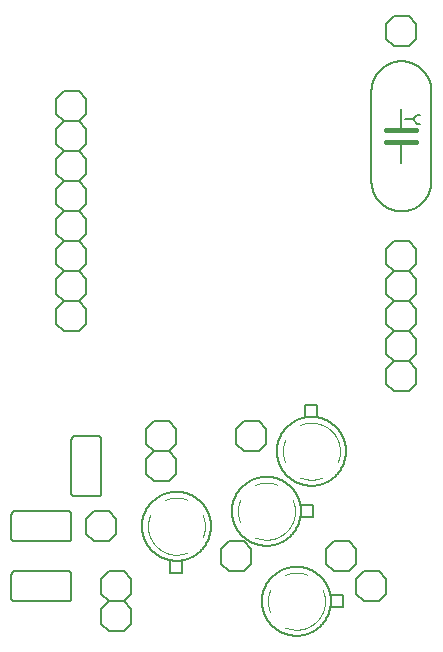
<source format=gto>
G75*
%MOIN*%
%OFA0B0*%
%FSLAX25Y25*%
%IPPOS*%
%LPD*%
%AMOC8*
5,1,8,0,0,1.08239X$1,22.5*
%
%ADD10C,0.01600*%
%ADD11C,0.00600*%
%ADD12C,0.00500*%
%ADD13C,0.00200*%
D10*
X0131800Y0209500D02*
X0136800Y0209500D01*
X0141800Y0209500D01*
X0141800Y0213500D02*
X0136800Y0213500D01*
X0131800Y0213500D01*
D11*
X0036800Y0049000D02*
X0039300Y0046500D01*
X0044300Y0046500D01*
X0046800Y0049000D01*
X0046800Y0054000D01*
X0044300Y0056500D01*
X0046800Y0059000D01*
X0046800Y0064000D01*
X0044300Y0066500D01*
X0039300Y0066500D01*
X0036800Y0064000D01*
X0036800Y0059000D01*
X0039300Y0056500D01*
X0044300Y0056500D01*
X0039300Y0056500D02*
X0036800Y0054000D01*
X0036800Y0049000D01*
X0026800Y0057500D02*
X0026800Y0065500D01*
X0026798Y0065560D01*
X0026793Y0065621D01*
X0026784Y0065680D01*
X0026771Y0065739D01*
X0026755Y0065798D01*
X0026735Y0065855D01*
X0026712Y0065910D01*
X0026685Y0065965D01*
X0026656Y0066017D01*
X0026623Y0066068D01*
X0026587Y0066117D01*
X0026549Y0066163D01*
X0026507Y0066207D01*
X0026463Y0066249D01*
X0026417Y0066287D01*
X0026368Y0066323D01*
X0026317Y0066356D01*
X0026265Y0066385D01*
X0026210Y0066412D01*
X0026155Y0066435D01*
X0026098Y0066455D01*
X0026039Y0066471D01*
X0025980Y0066484D01*
X0025921Y0066493D01*
X0025860Y0066498D01*
X0025800Y0066500D01*
X0007800Y0066500D01*
X0007740Y0066498D01*
X0007679Y0066493D01*
X0007620Y0066484D01*
X0007561Y0066471D01*
X0007502Y0066455D01*
X0007445Y0066435D01*
X0007390Y0066412D01*
X0007335Y0066385D01*
X0007283Y0066356D01*
X0007232Y0066323D01*
X0007183Y0066287D01*
X0007137Y0066249D01*
X0007093Y0066207D01*
X0007051Y0066163D01*
X0007013Y0066117D01*
X0006977Y0066068D01*
X0006944Y0066017D01*
X0006915Y0065965D01*
X0006888Y0065910D01*
X0006865Y0065855D01*
X0006845Y0065798D01*
X0006829Y0065739D01*
X0006816Y0065680D01*
X0006807Y0065621D01*
X0006802Y0065560D01*
X0006800Y0065500D01*
X0006800Y0057500D01*
X0006802Y0057440D01*
X0006807Y0057379D01*
X0006816Y0057320D01*
X0006829Y0057261D01*
X0006845Y0057202D01*
X0006865Y0057145D01*
X0006888Y0057090D01*
X0006915Y0057035D01*
X0006944Y0056983D01*
X0006977Y0056932D01*
X0007013Y0056883D01*
X0007051Y0056837D01*
X0007093Y0056793D01*
X0007137Y0056751D01*
X0007183Y0056713D01*
X0007232Y0056677D01*
X0007283Y0056644D01*
X0007335Y0056615D01*
X0007390Y0056588D01*
X0007445Y0056565D01*
X0007502Y0056545D01*
X0007561Y0056529D01*
X0007620Y0056516D01*
X0007679Y0056507D01*
X0007740Y0056502D01*
X0007800Y0056500D01*
X0025800Y0056500D01*
X0025860Y0056502D01*
X0025921Y0056507D01*
X0025980Y0056516D01*
X0026039Y0056529D01*
X0026098Y0056545D01*
X0026155Y0056565D01*
X0026210Y0056588D01*
X0026265Y0056615D01*
X0026317Y0056644D01*
X0026368Y0056677D01*
X0026417Y0056713D01*
X0026463Y0056751D01*
X0026507Y0056793D01*
X0026549Y0056837D01*
X0026587Y0056883D01*
X0026623Y0056932D01*
X0026656Y0056983D01*
X0026685Y0057035D01*
X0026712Y0057090D01*
X0026735Y0057145D01*
X0026755Y0057202D01*
X0026771Y0057261D01*
X0026784Y0057320D01*
X0026793Y0057379D01*
X0026798Y0057440D01*
X0026800Y0057500D01*
X0025800Y0076500D02*
X0007800Y0076500D01*
X0007740Y0076502D01*
X0007679Y0076507D01*
X0007620Y0076516D01*
X0007561Y0076529D01*
X0007502Y0076545D01*
X0007445Y0076565D01*
X0007390Y0076588D01*
X0007335Y0076615D01*
X0007283Y0076644D01*
X0007232Y0076677D01*
X0007183Y0076713D01*
X0007137Y0076751D01*
X0007093Y0076793D01*
X0007051Y0076837D01*
X0007013Y0076883D01*
X0006977Y0076932D01*
X0006944Y0076983D01*
X0006915Y0077035D01*
X0006888Y0077090D01*
X0006865Y0077145D01*
X0006845Y0077202D01*
X0006829Y0077261D01*
X0006816Y0077320D01*
X0006807Y0077379D01*
X0006802Y0077440D01*
X0006800Y0077500D01*
X0006800Y0085500D01*
X0006802Y0085560D01*
X0006807Y0085621D01*
X0006816Y0085680D01*
X0006829Y0085739D01*
X0006845Y0085798D01*
X0006865Y0085855D01*
X0006888Y0085910D01*
X0006915Y0085965D01*
X0006944Y0086017D01*
X0006977Y0086068D01*
X0007013Y0086117D01*
X0007051Y0086163D01*
X0007093Y0086207D01*
X0007137Y0086249D01*
X0007183Y0086287D01*
X0007232Y0086323D01*
X0007283Y0086356D01*
X0007335Y0086385D01*
X0007390Y0086412D01*
X0007445Y0086435D01*
X0007502Y0086455D01*
X0007561Y0086471D01*
X0007620Y0086484D01*
X0007679Y0086493D01*
X0007740Y0086498D01*
X0007800Y0086500D01*
X0025800Y0086500D01*
X0025860Y0086498D01*
X0025921Y0086493D01*
X0025980Y0086484D01*
X0026039Y0086471D01*
X0026098Y0086455D01*
X0026155Y0086435D01*
X0026210Y0086412D01*
X0026265Y0086385D01*
X0026317Y0086356D01*
X0026368Y0086323D01*
X0026417Y0086287D01*
X0026463Y0086249D01*
X0026507Y0086207D01*
X0026549Y0086163D01*
X0026587Y0086117D01*
X0026623Y0086068D01*
X0026656Y0086017D01*
X0026685Y0085965D01*
X0026712Y0085910D01*
X0026735Y0085855D01*
X0026755Y0085798D01*
X0026771Y0085739D01*
X0026784Y0085680D01*
X0026793Y0085621D01*
X0026798Y0085560D01*
X0026800Y0085500D01*
X0026800Y0077500D01*
X0026798Y0077440D01*
X0026793Y0077379D01*
X0026784Y0077320D01*
X0026771Y0077261D01*
X0026755Y0077202D01*
X0026735Y0077145D01*
X0026712Y0077090D01*
X0026685Y0077035D01*
X0026656Y0076983D01*
X0026623Y0076932D01*
X0026587Y0076883D01*
X0026549Y0076837D01*
X0026507Y0076793D01*
X0026463Y0076751D01*
X0026417Y0076713D01*
X0026368Y0076677D01*
X0026317Y0076644D01*
X0026265Y0076615D01*
X0026210Y0076588D01*
X0026155Y0076565D01*
X0026098Y0076545D01*
X0026039Y0076529D01*
X0025980Y0076516D01*
X0025921Y0076507D01*
X0025860Y0076502D01*
X0025800Y0076500D01*
X0031800Y0079000D02*
X0031800Y0084000D01*
X0034300Y0086500D01*
X0039300Y0086500D01*
X0041800Y0084000D01*
X0041800Y0079000D01*
X0039300Y0076500D01*
X0034300Y0076500D01*
X0031800Y0079000D01*
X0027800Y0091500D02*
X0035800Y0091500D01*
X0035860Y0091502D01*
X0035921Y0091507D01*
X0035980Y0091516D01*
X0036039Y0091529D01*
X0036098Y0091545D01*
X0036155Y0091565D01*
X0036210Y0091588D01*
X0036265Y0091615D01*
X0036317Y0091644D01*
X0036368Y0091677D01*
X0036417Y0091713D01*
X0036463Y0091751D01*
X0036507Y0091793D01*
X0036549Y0091837D01*
X0036587Y0091883D01*
X0036623Y0091932D01*
X0036656Y0091983D01*
X0036685Y0092035D01*
X0036712Y0092090D01*
X0036735Y0092145D01*
X0036755Y0092202D01*
X0036771Y0092261D01*
X0036784Y0092320D01*
X0036793Y0092379D01*
X0036798Y0092440D01*
X0036800Y0092500D01*
X0036800Y0110500D01*
X0036798Y0110560D01*
X0036793Y0110621D01*
X0036784Y0110680D01*
X0036771Y0110739D01*
X0036755Y0110798D01*
X0036735Y0110855D01*
X0036712Y0110910D01*
X0036685Y0110965D01*
X0036656Y0111017D01*
X0036623Y0111068D01*
X0036587Y0111117D01*
X0036549Y0111163D01*
X0036507Y0111207D01*
X0036463Y0111249D01*
X0036417Y0111287D01*
X0036368Y0111323D01*
X0036317Y0111356D01*
X0036265Y0111385D01*
X0036210Y0111412D01*
X0036155Y0111435D01*
X0036098Y0111455D01*
X0036039Y0111471D01*
X0035980Y0111484D01*
X0035921Y0111493D01*
X0035860Y0111498D01*
X0035800Y0111500D01*
X0027800Y0111500D01*
X0027740Y0111498D01*
X0027679Y0111493D01*
X0027620Y0111484D01*
X0027561Y0111471D01*
X0027502Y0111455D01*
X0027445Y0111435D01*
X0027390Y0111412D01*
X0027335Y0111385D01*
X0027283Y0111356D01*
X0027232Y0111323D01*
X0027183Y0111287D01*
X0027137Y0111249D01*
X0027093Y0111207D01*
X0027051Y0111163D01*
X0027013Y0111117D01*
X0026977Y0111068D01*
X0026944Y0111017D01*
X0026915Y0110965D01*
X0026888Y0110910D01*
X0026865Y0110855D01*
X0026845Y0110798D01*
X0026829Y0110739D01*
X0026816Y0110680D01*
X0026807Y0110621D01*
X0026802Y0110560D01*
X0026800Y0110500D01*
X0026800Y0092500D01*
X0026802Y0092440D01*
X0026807Y0092379D01*
X0026816Y0092320D01*
X0026829Y0092261D01*
X0026845Y0092202D01*
X0026865Y0092145D01*
X0026888Y0092090D01*
X0026915Y0092035D01*
X0026944Y0091983D01*
X0026977Y0091932D01*
X0027013Y0091883D01*
X0027051Y0091837D01*
X0027093Y0091793D01*
X0027137Y0091751D01*
X0027183Y0091713D01*
X0027232Y0091677D01*
X0027283Y0091644D01*
X0027335Y0091615D01*
X0027390Y0091588D01*
X0027445Y0091565D01*
X0027502Y0091545D01*
X0027561Y0091529D01*
X0027620Y0091516D01*
X0027679Y0091507D01*
X0027740Y0091502D01*
X0027800Y0091500D01*
X0051800Y0099000D02*
X0051800Y0104000D01*
X0054300Y0106500D01*
X0051800Y0109000D01*
X0051800Y0114000D01*
X0054300Y0116500D01*
X0059300Y0116500D01*
X0061800Y0114000D01*
X0061800Y0109000D01*
X0059300Y0106500D01*
X0061800Y0104000D01*
X0061800Y0099000D01*
X0059300Y0096500D01*
X0054300Y0096500D01*
X0051800Y0099000D01*
X0054300Y0106500D02*
X0059300Y0106500D01*
X0079300Y0076500D02*
X0076800Y0074000D01*
X0076800Y0069000D01*
X0079300Y0066500D01*
X0084300Y0066500D01*
X0086800Y0069000D01*
X0086800Y0074000D01*
X0084300Y0076500D01*
X0079300Y0076500D01*
X0084300Y0106500D02*
X0089300Y0106500D01*
X0091800Y0109000D01*
X0091800Y0114000D01*
X0089300Y0116500D01*
X0084300Y0116500D01*
X0081800Y0114000D01*
X0081800Y0109000D01*
X0084300Y0106500D01*
X0114300Y0076500D02*
X0111800Y0074000D01*
X0111800Y0069000D01*
X0114300Y0066500D01*
X0119300Y0066500D01*
X0121800Y0069000D01*
X0121800Y0074000D01*
X0119300Y0076500D01*
X0114300Y0076500D01*
X0124300Y0066500D02*
X0121800Y0064000D01*
X0121800Y0059000D01*
X0124300Y0056500D01*
X0129300Y0056500D01*
X0131800Y0059000D01*
X0131800Y0064000D01*
X0129300Y0066500D01*
X0124300Y0066500D01*
X0134300Y0126500D02*
X0139300Y0126500D01*
X0141800Y0129000D01*
X0141800Y0134000D01*
X0139300Y0136500D01*
X0134300Y0136500D01*
X0131800Y0139000D01*
X0131800Y0144000D01*
X0134300Y0146500D01*
X0131800Y0149000D01*
X0131800Y0154000D01*
X0134300Y0156500D01*
X0131800Y0159000D01*
X0131800Y0164000D01*
X0134300Y0166500D01*
X0131800Y0169000D01*
X0131800Y0174000D01*
X0134300Y0176500D01*
X0139300Y0176500D01*
X0141800Y0174000D01*
X0141800Y0169000D01*
X0139300Y0166500D01*
X0141800Y0164000D01*
X0141800Y0159000D01*
X0139300Y0156500D01*
X0134300Y0156500D01*
X0139300Y0156500D02*
X0141800Y0154000D01*
X0141800Y0149000D01*
X0139300Y0146500D01*
X0141800Y0144000D01*
X0141800Y0139000D01*
X0139300Y0136500D01*
X0134300Y0136500D01*
X0131800Y0134000D01*
X0131800Y0129000D01*
X0134300Y0126500D01*
X0134300Y0146500D02*
X0139300Y0146500D01*
X0139300Y0166500D02*
X0134300Y0166500D01*
X0126800Y0196500D02*
X0126803Y0196256D01*
X0126812Y0196013D01*
X0126827Y0195770D01*
X0126847Y0195527D01*
X0126874Y0195285D01*
X0126907Y0195044D01*
X0126945Y0194804D01*
X0126989Y0194564D01*
X0127039Y0194326D01*
X0127095Y0194089D01*
X0127157Y0193853D01*
X0127224Y0193619D01*
X0127297Y0193387D01*
X0127376Y0193156D01*
X0127460Y0192928D01*
X0127550Y0192701D01*
X0127645Y0192477D01*
X0127746Y0192255D01*
X0127852Y0192036D01*
X0127963Y0191820D01*
X0128080Y0191606D01*
X0128201Y0191395D01*
X0128328Y0191187D01*
X0128460Y0190982D01*
X0128597Y0190781D01*
X0128739Y0190583D01*
X0128885Y0190388D01*
X0129036Y0190197D01*
X0129192Y0190010D01*
X0129352Y0189827D01*
X0129517Y0189647D01*
X0129686Y0189472D01*
X0129859Y0189301D01*
X0130037Y0189134D01*
X0130218Y0188972D01*
X0130403Y0188814D01*
X0130592Y0188660D01*
X0130785Y0188511D01*
X0130981Y0188367D01*
X0131181Y0188228D01*
X0131384Y0188093D01*
X0131591Y0187964D01*
X0131800Y0187840D01*
X0132012Y0187721D01*
X0132228Y0187607D01*
X0132445Y0187498D01*
X0132666Y0187395D01*
X0132889Y0187297D01*
X0133114Y0187204D01*
X0133342Y0187117D01*
X0133571Y0187036D01*
X0133803Y0186960D01*
X0134036Y0186890D01*
X0134271Y0186825D01*
X0134507Y0186766D01*
X0134745Y0186713D01*
X0134984Y0186666D01*
X0135224Y0186625D01*
X0135465Y0186590D01*
X0135706Y0186560D01*
X0135949Y0186536D01*
X0136192Y0186519D01*
X0136435Y0186507D01*
X0136678Y0186501D01*
X0136922Y0186501D01*
X0137165Y0186507D01*
X0137408Y0186519D01*
X0137651Y0186536D01*
X0137894Y0186560D01*
X0138135Y0186590D01*
X0138376Y0186625D01*
X0138616Y0186666D01*
X0138855Y0186713D01*
X0139093Y0186766D01*
X0139329Y0186825D01*
X0139564Y0186890D01*
X0139797Y0186960D01*
X0140029Y0187036D01*
X0140258Y0187117D01*
X0140486Y0187204D01*
X0140711Y0187297D01*
X0140934Y0187395D01*
X0141155Y0187498D01*
X0141372Y0187607D01*
X0141588Y0187721D01*
X0141800Y0187840D01*
X0142009Y0187964D01*
X0142216Y0188093D01*
X0142419Y0188228D01*
X0142619Y0188367D01*
X0142815Y0188511D01*
X0143008Y0188660D01*
X0143197Y0188814D01*
X0143382Y0188972D01*
X0143563Y0189134D01*
X0143741Y0189301D01*
X0143914Y0189472D01*
X0144083Y0189647D01*
X0144248Y0189827D01*
X0144408Y0190010D01*
X0144564Y0190197D01*
X0144715Y0190388D01*
X0144861Y0190583D01*
X0145003Y0190781D01*
X0145140Y0190982D01*
X0145272Y0191187D01*
X0145399Y0191395D01*
X0145520Y0191606D01*
X0145637Y0191820D01*
X0145748Y0192036D01*
X0145854Y0192255D01*
X0145955Y0192477D01*
X0146050Y0192701D01*
X0146140Y0192928D01*
X0146224Y0193156D01*
X0146303Y0193387D01*
X0146376Y0193619D01*
X0146443Y0193853D01*
X0146505Y0194089D01*
X0146561Y0194326D01*
X0146611Y0194564D01*
X0146655Y0194804D01*
X0146693Y0195044D01*
X0146726Y0195285D01*
X0146753Y0195527D01*
X0146773Y0195770D01*
X0146788Y0196013D01*
X0146797Y0196256D01*
X0146800Y0196500D01*
X0146800Y0226500D01*
X0143000Y0218700D02*
X0142100Y0218700D01*
X0140500Y0217100D01*
X0142100Y0215500D01*
X0143000Y0215500D01*
X0140500Y0217100D02*
X0138100Y0217100D01*
X0136800Y0220500D02*
X0136800Y0213500D01*
X0136800Y0209500D02*
X0136800Y0202500D01*
X0126800Y0196500D02*
X0126800Y0226500D01*
X0126803Y0226744D01*
X0126812Y0226987D01*
X0126827Y0227230D01*
X0126847Y0227473D01*
X0126874Y0227715D01*
X0126907Y0227956D01*
X0126945Y0228196D01*
X0126989Y0228436D01*
X0127039Y0228674D01*
X0127095Y0228911D01*
X0127157Y0229147D01*
X0127224Y0229381D01*
X0127297Y0229613D01*
X0127376Y0229844D01*
X0127460Y0230072D01*
X0127550Y0230299D01*
X0127645Y0230523D01*
X0127746Y0230745D01*
X0127852Y0230964D01*
X0127963Y0231180D01*
X0128080Y0231394D01*
X0128201Y0231605D01*
X0128328Y0231813D01*
X0128460Y0232018D01*
X0128597Y0232219D01*
X0128739Y0232417D01*
X0128885Y0232612D01*
X0129036Y0232803D01*
X0129192Y0232990D01*
X0129352Y0233173D01*
X0129517Y0233353D01*
X0129686Y0233528D01*
X0129859Y0233699D01*
X0130037Y0233866D01*
X0130218Y0234028D01*
X0130403Y0234186D01*
X0130592Y0234340D01*
X0130785Y0234489D01*
X0130981Y0234633D01*
X0131181Y0234772D01*
X0131384Y0234907D01*
X0131591Y0235036D01*
X0131800Y0235160D01*
X0132012Y0235279D01*
X0132228Y0235393D01*
X0132445Y0235502D01*
X0132666Y0235605D01*
X0132889Y0235703D01*
X0133114Y0235796D01*
X0133342Y0235883D01*
X0133571Y0235964D01*
X0133803Y0236040D01*
X0134036Y0236110D01*
X0134271Y0236175D01*
X0134507Y0236234D01*
X0134745Y0236287D01*
X0134984Y0236334D01*
X0135224Y0236375D01*
X0135465Y0236410D01*
X0135706Y0236440D01*
X0135949Y0236464D01*
X0136192Y0236481D01*
X0136435Y0236493D01*
X0136678Y0236499D01*
X0136922Y0236499D01*
X0137165Y0236493D01*
X0137408Y0236481D01*
X0137651Y0236464D01*
X0137894Y0236440D01*
X0138135Y0236410D01*
X0138376Y0236375D01*
X0138616Y0236334D01*
X0138855Y0236287D01*
X0139093Y0236234D01*
X0139329Y0236175D01*
X0139564Y0236110D01*
X0139797Y0236040D01*
X0140029Y0235964D01*
X0140258Y0235883D01*
X0140486Y0235796D01*
X0140711Y0235703D01*
X0140934Y0235605D01*
X0141155Y0235502D01*
X0141372Y0235393D01*
X0141588Y0235279D01*
X0141800Y0235160D01*
X0142009Y0235036D01*
X0142216Y0234907D01*
X0142419Y0234772D01*
X0142619Y0234633D01*
X0142815Y0234489D01*
X0143008Y0234340D01*
X0143197Y0234186D01*
X0143382Y0234028D01*
X0143563Y0233866D01*
X0143741Y0233699D01*
X0143914Y0233528D01*
X0144083Y0233353D01*
X0144248Y0233173D01*
X0144408Y0232990D01*
X0144564Y0232803D01*
X0144715Y0232612D01*
X0144861Y0232417D01*
X0145003Y0232219D01*
X0145140Y0232018D01*
X0145272Y0231813D01*
X0145399Y0231605D01*
X0145520Y0231394D01*
X0145637Y0231180D01*
X0145748Y0230964D01*
X0145854Y0230745D01*
X0145955Y0230523D01*
X0146050Y0230299D01*
X0146140Y0230072D01*
X0146224Y0229844D01*
X0146303Y0229613D01*
X0146376Y0229381D01*
X0146443Y0229147D01*
X0146505Y0228911D01*
X0146561Y0228674D01*
X0146611Y0228436D01*
X0146655Y0228196D01*
X0146693Y0227956D01*
X0146726Y0227715D01*
X0146753Y0227473D01*
X0146773Y0227230D01*
X0146788Y0226987D01*
X0146797Y0226744D01*
X0146800Y0226500D01*
X0139300Y0241500D02*
X0134300Y0241500D01*
X0131800Y0244000D01*
X0131800Y0249000D01*
X0134300Y0251500D01*
X0139300Y0251500D01*
X0141800Y0249000D01*
X0141800Y0244000D01*
X0139300Y0241500D01*
X0031800Y0224000D02*
X0031800Y0219000D01*
X0029300Y0216500D01*
X0031800Y0214000D01*
X0031800Y0209000D01*
X0029300Y0206500D01*
X0031800Y0204000D01*
X0031800Y0199000D01*
X0029300Y0196500D01*
X0031800Y0194000D01*
X0031800Y0189000D01*
X0029300Y0186500D01*
X0031800Y0184000D01*
X0031800Y0179000D01*
X0029300Y0176500D01*
X0031800Y0174000D01*
X0031800Y0169000D01*
X0029300Y0166500D01*
X0031800Y0164000D01*
X0031800Y0159000D01*
X0029300Y0156500D01*
X0031800Y0154000D01*
X0031800Y0149000D01*
X0029300Y0146500D01*
X0024300Y0146500D01*
X0021800Y0149000D01*
X0021800Y0154000D01*
X0024300Y0156500D01*
X0021800Y0159000D01*
X0021800Y0164000D01*
X0024300Y0166500D01*
X0029300Y0166500D01*
X0024300Y0166500D02*
X0021800Y0169000D01*
X0021800Y0174000D01*
X0024300Y0176500D01*
X0021800Y0179000D01*
X0021800Y0184000D01*
X0024300Y0186500D01*
X0021800Y0189000D01*
X0021800Y0194000D01*
X0024300Y0196500D01*
X0029300Y0196500D01*
X0024300Y0196500D02*
X0021800Y0199000D01*
X0021800Y0204000D01*
X0024300Y0206500D01*
X0021800Y0209000D01*
X0021800Y0214000D01*
X0024300Y0216500D01*
X0021800Y0219000D01*
X0021800Y0224000D01*
X0024300Y0226500D01*
X0029300Y0226500D01*
X0031800Y0224000D01*
X0029300Y0216500D02*
X0024300Y0216500D01*
X0024300Y0206500D02*
X0029300Y0206500D01*
X0029300Y0186500D02*
X0024300Y0186500D01*
X0024300Y0176500D02*
X0029300Y0176500D01*
X0029300Y0156500D02*
X0024300Y0156500D01*
D12*
X0050300Y0081500D02*
X0050303Y0081782D01*
X0050314Y0082064D01*
X0050331Y0082346D01*
X0050355Y0082627D01*
X0050386Y0082908D01*
X0050424Y0083187D01*
X0050469Y0083466D01*
X0050521Y0083744D01*
X0050579Y0084020D01*
X0050645Y0084294D01*
X0050717Y0084567D01*
X0050795Y0084838D01*
X0050880Y0085107D01*
X0050972Y0085374D01*
X0051071Y0085639D01*
X0051175Y0085901D01*
X0051287Y0086160D01*
X0051404Y0086417D01*
X0051528Y0086671D01*
X0051658Y0086921D01*
X0051794Y0087168D01*
X0051936Y0087412D01*
X0052084Y0087652D01*
X0052238Y0087889D01*
X0052398Y0088122D01*
X0052563Y0088351D01*
X0052734Y0088575D01*
X0052910Y0088796D01*
X0053092Y0089011D01*
X0053279Y0089223D01*
X0053471Y0089430D01*
X0053668Y0089632D01*
X0053870Y0089829D01*
X0054077Y0090021D01*
X0054289Y0090208D01*
X0054504Y0090390D01*
X0054725Y0090566D01*
X0054949Y0090737D01*
X0055178Y0090902D01*
X0055411Y0091062D01*
X0055648Y0091216D01*
X0055888Y0091364D01*
X0056132Y0091506D01*
X0056379Y0091642D01*
X0056629Y0091772D01*
X0056883Y0091896D01*
X0057140Y0092013D01*
X0057399Y0092125D01*
X0057661Y0092229D01*
X0057926Y0092328D01*
X0058193Y0092420D01*
X0058462Y0092505D01*
X0058733Y0092583D01*
X0059006Y0092655D01*
X0059280Y0092721D01*
X0059556Y0092779D01*
X0059834Y0092831D01*
X0060113Y0092876D01*
X0060392Y0092914D01*
X0060673Y0092945D01*
X0060954Y0092969D01*
X0061236Y0092986D01*
X0061518Y0092997D01*
X0061800Y0093000D01*
X0062082Y0092997D01*
X0062364Y0092986D01*
X0062646Y0092969D01*
X0062927Y0092945D01*
X0063208Y0092914D01*
X0063487Y0092876D01*
X0063766Y0092831D01*
X0064044Y0092779D01*
X0064320Y0092721D01*
X0064594Y0092655D01*
X0064867Y0092583D01*
X0065138Y0092505D01*
X0065407Y0092420D01*
X0065674Y0092328D01*
X0065939Y0092229D01*
X0066201Y0092125D01*
X0066460Y0092013D01*
X0066717Y0091896D01*
X0066971Y0091772D01*
X0067221Y0091642D01*
X0067468Y0091506D01*
X0067712Y0091364D01*
X0067952Y0091216D01*
X0068189Y0091062D01*
X0068422Y0090902D01*
X0068651Y0090737D01*
X0068875Y0090566D01*
X0069096Y0090390D01*
X0069311Y0090208D01*
X0069523Y0090021D01*
X0069730Y0089829D01*
X0069932Y0089632D01*
X0070129Y0089430D01*
X0070321Y0089223D01*
X0070508Y0089011D01*
X0070690Y0088796D01*
X0070866Y0088575D01*
X0071037Y0088351D01*
X0071202Y0088122D01*
X0071362Y0087889D01*
X0071516Y0087652D01*
X0071664Y0087412D01*
X0071806Y0087168D01*
X0071942Y0086921D01*
X0072072Y0086671D01*
X0072196Y0086417D01*
X0072313Y0086160D01*
X0072425Y0085901D01*
X0072529Y0085639D01*
X0072628Y0085374D01*
X0072720Y0085107D01*
X0072805Y0084838D01*
X0072883Y0084567D01*
X0072955Y0084294D01*
X0073021Y0084020D01*
X0073079Y0083744D01*
X0073131Y0083466D01*
X0073176Y0083187D01*
X0073214Y0082908D01*
X0073245Y0082627D01*
X0073269Y0082346D01*
X0073286Y0082064D01*
X0073297Y0081782D01*
X0073300Y0081500D01*
X0073297Y0081218D01*
X0073286Y0080936D01*
X0073269Y0080654D01*
X0073245Y0080373D01*
X0073214Y0080092D01*
X0073176Y0079813D01*
X0073131Y0079534D01*
X0073079Y0079256D01*
X0073021Y0078980D01*
X0072955Y0078706D01*
X0072883Y0078433D01*
X0072805Y0078162D01*
X0072720Y0077893D01*
X0072628Y0077626D01*
X0072529Y0077361D01*
X0072425Y0077099D01*
X0072313Y0076840D01*
X0072196Y0076583D01*
X0072072Y0076329D01*
X0071942Y0076079D01*
X0071806Y0075832D01*
X0071664Y0075588D01*
X0071516Y0075348D01*
X0071362Y0075111D01*
X0071202Y0074878D01*
X0071037Y0074649D01*
X0070866Y0074425D01*
X0070690Y0074204D01*
X0070508Y0073989D01*
X0070321Y0073777D01*
X0070129Y0073570D01*
X0069932Y0073368D01*
X0069730Y0073171D01*
X0069523Y0072979D01*
X0069311Y0072792D01*
X0069096Y0072610D01*
X0068875Y0072434D01*
X0068651Y0072263D01*
X0068422Y0072098D01*
X0068189Y0071938D01*
X0067952Y0071784D01*
X0067712Y0071636D01*
X0067468Y0071494D01*
X0067221Y0071358D01*
X0066971Y0071228D01*
X0066717Y0071104D01*
X0066460Y0070987D01*
X0066201Y0070875D01*
X0065939Y0070771D01*
X0065674Y0070672D01*
X0065407Y0070580D01*
X0065138Y0070495D01*
X0064867Y0070417D01*
X0064594Y0070345D01*
X0064320Y0070279D01*
X0064044Y0070221D01*
X0063766Y0070169D01*
X0063487Y0070124D01*
X0063208Y0070086D01*
X0062927Y0070055D01*
X0062646Y0070031D01*
X0062364Y0070014D01*
X0062082Y0070003D01*
X0061800Y0070000D01*
X0061518Y0070003D01*
X0061236Y0070014D01*
X0060954Y0070031D01*
X0060673Y0070055D01*
X0060392Y0070086D01*
X0060113Y0070124D01*
X0059834Y0070169D01*
X0059556Y0070221D01*
X0059280Y0070279D01*
X0059006Y0070345D01*
X0058733Y0070417D01*
X0058462Y0070495D01*
X0058193Y0070580D01*
X0057926Y0070672D01*
X0057661Y0070771D01*
X0057399Y0070875D01*
X0057140Y0070987D01*
X0056883Y0071104D01*
X0056629Y0071228D01*
X0056379Y0071358D01*
X0056132Y0071494D01*
X0055888Y0071636D01*
X0055648Y0071784D01*
X0055411Y0071938D01*
X0055178Y0072098D01*
X0054949Y0072263D01*
X0054725Y0072434D01*
X0054504Y0072610D01*
X0054289Y0072792D01*
X0054077Y0072979D01*
X0053870Y0073171D01*
X0053668Y0073368D01*
X0053471Y0073570D01*
X0053279Y0073777D01*
X0053092Y0073989D01*
X0052910Y0074204D01*
X0052734Y0074425D01*
X0052563Y0074649D01*
X0052398Y0074878D01*
X0052238Y0075111D01*
X0052084Y0075348D01*
X0051936Y0075588D01*
X0051794Y0075832D01*
X0051658Y0076079D01*
X0051528Y0076329D01*
X0051404Y0076583D01*
X0051287Y0076840D01*
X0051175Y0077099D01*
X0051071Y0077361D01*
X0050972Y0077626D01*
X0050880Y0077893D01*
X0050795Y0078162D01*
X0050717Y0078433D01*
X0050645Y0078706D01*
X0050579Y0078980D01*
X0050521Y0079256D01*
X0050469Y0079534D01*
X0050424Y0079813D01*
X0050386Y0080092D01*
X0050355Y0080373D01*
X0050331Y0080654D01*
X0050314Y0080936D01*
X0050303Y0081218D01*
X0050300Y0081500D01*
X0059800Y0070175D02*
X0059800Y0066000D01*
X0063800Y0066000D01*
X0063800Y0070175D01*
X0080300Y0086500D02*
X0080303Y0086782D01*
X0080314Y0087064D01*
X0080331Y0087346D01*
X0080355Y0087627D01*
X0080386Y0087908D01*
X0080424Y0088187D01*
X0080469Y0088466D01*
X0080521Y0088744D01*
X0080579Y0089020D01*
X0080645Y0089294D01*
X0080717Y0089567D01*
X0080795Y0089838D01*
X0080880Y0090107D01*
X0080972Y0090374D01*
X0081071Y0090639D01*
X0081175Y0090901D01*
X0081287Y0091160D01*
X0081404Y0091417D01*
X0081528Y0091671D01*
X0081658Y0091921D01*
X0081794Y0092168D01*
X0081936Y0092412D01*
X0082084Y0092652D01*
X0082238Y0092889D01*
X0082398Y0093122D01*
X0082563Y0093351D01*
X0082734Y0093575D01*
X0082910Y0093796D01*
X0083092Y0094011D01*
X0083279Y0094223D01*
X0083471Y0094430D01*
X0083668Y0094632D01*
X0083870Y0094829D01*
X0084077Y0095021D01*
X0084289Y0095208D01*
X0084504Y0095390D01*
X0084725Y0095566D01*
X0084949Y0095737D01*
X0085178Y0095902D01*
X0085411Y0096062D01*
X0085648Y0096216D01*
X0085888Y0096364D01*
X0086132Y0096506D01*
X0086379Y0096642D01*
X0086629Y0096772D01*
X0086883Y0096896D01*
X0087140Y0097013D01*
X0087399Y0097125D01*
X0087661Y0097229D01*
X0087926Y0097328D01*
X0088193Y0097420D01*
X0088462Y0097505D01*
X0088733Y0097583D01*
X0089006Y0097655D01*
X0089280Y0097721D01*
X0089556Y0097779D01*
X0089834Y0097831D01*
X0090113Y0097876D01*
X0090392Y0097914D01*
X0090673Y0097945D01*
X0090954Y0097969D01*
X0091236Y0097986D01*
X0091518Y0097997D01*
X0091800Y0098000D01*
X0092082Y0097997D01*
X0092364Y0097986D01*
X0092646Y0097969D01*
X0092927Y0097945D01*
X0093208Y0097914D01*
X0093487Y0097876D01*
X0093766Y0097831D01*
X0094044Y0097779D01*
X0094320Y0097721D01*
X0094594Y0097655D01*
X0094867Y0097583D01*
X0095138Y0097505D01*
X0095407Y0097420D01*
X0095674Y0097328D01*
X0095939Y0097229D01*
X0096201Y0097125D01*
X0096460Y0097013D01*
X0096717Y0096896D01*
X0096971Y0096772D01*
X0097221Y0096642D01*
X0097468Y0096506D01*
X0097712Y0096364D01*
X0097952Y0096216D01*
X0098189Y0096062D01*
X0098422Y0095902D01*
X0098651Y0095737D01*
X0098875Y0095566D01*
X0099096Y0095390D01*
X0099311Y0095208D01*
X0099523Y0095021D01*
X0099730Y0094829D01*
X0099932Y0094632D01*
X0100129Y0094430D01*
X0100321Y0094223D01*
X0100508Y0094011D01*
X0100690Y0093796D01*
X0100866Y0093575D01*
X0101037Y0093351D01*
X0101202Y0093122D01*
X0101362Y0092889D01*
X0101516Y0092652D01*
X0101664Y0092412D01*
X0101806Y0092168D01*
X0101942Y0091921D01*
X0102072Y0091671D01*
X0102196Y0091417D01*
X0102313Y0091160D01*
X0102425Y0090901D01*
X0102529Y0090639D01*
X0102628Y0090374D01*
X0102720Y0090107D01*
X0102805Y0089838D01*
X0102883Y0089567D01*
X0102955Y0089294D01*
X0103021Y0089020D01*
X0103079Y0088744D01*
X0103131Y0088466D01*
X0103176Y0088187D01*
X0103214Y0087908D01*
X0103245Y0087627D01*
X0103269Y0087346D01*
X0103286Y0087064D01*
X0103297Y0086782D01*
X0103300Y0086500D01*
X0103297Y0086218D01*
X0103286Y0085936D01*
X0103269Y0085654D01*
X0103245Y0085373D01*
X0103214Y0085092D01*
X0103176Y0084813D01*
X0103131Y0084534D01*
X0103079Y0084256D01*
X0103021Y0083980D01*
X0102955Y0083706D01*
X0102883Y0083433D01*
X0102805Y0083162D01*
X0102720Y0082893D01*
X0102628Y0082626D01*
X0102529Y0082361D01*
X0102425Y0082099D01*
X0102313Y0081840D01*
X0102196Y0081583D01*
X0102072Y0081329D01*
X0101942Y0081079D01*
X0101806Y0080832D01*
X0101664Y0080588D01*
X0101516Y0080348D01*
X0101362Y0080111D01*
X0101202Y0079878D01*
X0101037Y0079649D01*
X0100866Y0079425D01*
X0100690Y0079204D01*
X0100508Y0078989D01*
X0100321Y0078777D01*
X0100129Y0078570D01*
X0099932Y0078368D01*
X0099730Y0078171D01*
X0099523Y0077979D01*
X0099311Y0077792D01*
X0099096Y0077610D01*
X0098875Y0077434D01*
X0098651Y0077263D01*
X0098422Y0077098D01*
X0098189Y0076938D01*
X0097952Y0076784D01*
X0097712Y0076636D01*
X0097468Y0076494D01*
X0097221Y0076358D01*
X0096971Y0076228D01*
X0096717Y0076104D01*
X0096460Y0075987D01*
X0096201Y0075875D01*
X0095939Y0075771D01*
X0095674Y0075672D01*
X0095407Y0075580D01*
X0095138Y0075495D01*
X0094867Y0075417D01*
X0094594Y0075345D01*
X0094320Y0075279D01*
X0094044Y0075221D01*
X0093766Y0075169D01*
X0093487Y0075124D01*
X0093208Y0075086D01*
X0092927Y0075055D01*
X0092646Y0075031D01*
X0092364Y0075014D01*
X0092082Y0075003D01*
X0091800Y0075000D01*
X0091518Y0075003D01*
X0091236Y0075014D01*
X0090954Y0075031D01*
X0090673Y0075055D01*
X0090392Y0075086D01*
X0090113Y0075124D01*
X0089834Y0075169D01*
X0089556Y0075221D01*
X0089280Y0075279D01*
X0089006Y0075345D01*
X0088733Y0075417D01*
X0088462Y0075495D01*
X0088193Y0075580D01*
X0087926Y0075672D01*
X0087661Y0075771D01*
X0087399Y0075875D01*
X0087140Y0075987D01*
X0086883Y0076104D01*
X0086629Y0076228D01*
X0086379Y0076358D01*
X0086132Y0076494D01*
X0085888Y0076636D01*
X0085648Y0076784D01*
X0085411Y0076938D01*
X0085178Y0077098D01*
X0084949Y0077263D01*
X0084725Y0077434D01*
X0084504Y0077610D01*
X0084289Y0077792D01*
X0084077Y0077979D01*
X0083870Y0078171D01*
X0083668Y0078368D01*
X0083471Y0078570D01*
X0083279Y0078777D01*
X0083092Y0078989D01*
X0082910Y0079204D01*
X0082734Y0079425D01*
X0082563Y0079649D01*
X0082398Y0079878D01*
X0082238Y0080111D01*
X0082084Y0080348D01*
X0081936Y0080588D01*
X0081794Y0080832D01*
X0081658Y0081079D01*
X0081528Y0081329D01*
X0081404Y0081583D01*
X0081287Y0081840D01*
X0081175Y0082099D01*
X0081071Y0082361D01*
X0080972Y0082626D01*
X0080880Y0082893D01*
X0080795Y0083162D01*
X0080717Y0083433D01*
X0080645Y0083706D01*
X0080579Y0083980D01*
X0080521Y0084256D01*
X0080469Y0084534D01*
X0080424Y0084813D01*
X0080386Y0085092D01*
X0080355Y0085373D01*
X0080331Y0085654D01*
X0080314Y0085936D01*
X0080303Y0086218D01*
X0080300Y0086500D01*
X0090300Y0056500D02*
X0090303Y0056782D01*
X0090314Y0057064D01*
X0090331Y0057346D01*
X0090355Y0057627D01*
X0090386Y0057908D01*
X0090424Y0058187D01*
X0090469Y0058466D01*
X0090521Y0058744D01*
X0090579Y0059020D01*
X0090645Y0059294D01*
X0090717Y0059567D01*
X0090795Y0059838D01*
X0090880Y0060107D01*
X0090972Y0060374D01*
X0091071Y0060639D01*
X0091175Y0060901D01*
X0091287Y0061160D01*
X0091404Y0061417D01*
X0091528Y0061671D01*
X0091658Y0061921D01*
X0091794Y0062168D01*
X0091936Y0062412D01*
X0092084Y0062652D01*
X0092238Y0062889D01*
X0092398Y0063122D01*
X0092563Y0063351D01*
X0092734Y0063575D01*
X0092910Y0063796D01*
X0093092Y0064011D01*
X0093279Y0064223D01*
X0093471Y0064430D01*
X0093668Y0064632D01*
X0093870Y0064829D01*
X0094077Y0065021D01*
X0094289Y0065208D01*
X0094504Y0065390D01*
X0094725Y0065566D01*
X0094949Y0065737D01*
X0095178Y0065902D01*
X0095411Y0066062D01*
X0095648Y0066216D01*
X0095888Y0066364D01*
X0096132Y0066506D01*
X0096379Y0066642D01*
X0096629Y0066772D01*
X0096883Y0066896D01*
X0097140Y0067013D01*
X0097399Y0067125D01*
X0097661Y0067229D01*
X0097926Y0067328D01*
X0098193Y0067420D01*
X0098462Y0067505D01*
X0098733Y0067583D01*
X0099006Y0067655D01*
X0099280Y0067721D01*
X0099556Y0067779D01*
X0099834Y0067831D01*
X0100113Y0067876D01*
X0100392Y0067914D01*
X0100673Y0067945D01*
X0100954Y0067969D01*
X0101236Y0067986D01*
X0101518Y0067997D01*
X0101800Y0068000D01*
X0102082Y0067997D01*
X0102364Y0067986D01*
X0102646Y0067969D01*
X0102927Y0067945D01*
X0103208Y0067914D01*
X0103487Y0067876D01*
X0103766Y0067831D01*
X0104044Y0067779D01*
X0104320Y0067721D01*
X0104594Y0067655D01*
X0104867Y0067583D01*
X0105138Y0067505D01*
X0105407Y0067420D01*
X0105674Y0067328D01*
X0105939Y0067229D01*
X0106201Y0067125D01*
X0106460Y0067013D01*
X0106717Y0066896D01*
X0106971Y0066772D01*
X0107221Y0066642D01*
X0107468Y0066506D01*
X0107712Y0066364D01*
X0107952Y0066216D01*
X0108189Y0066062D01*
X0108422Y0065902D01*
X0108651Y0065737D01*
X0108875Y0065566D01*
X0109096Y0065390D01*
X0109311Y0065208D01*
X0109523Y0065021D01*
X0109730Y0064829D01*
X0109932Y0064632D01*
X0110129Y0064430D01*
X0110321Y0064223D01*
X0110508Y0064011D01*
X0110690Y0063796D01*
X0110866Y0063575D01*
X0111037Y0063351D01*
X0111202Y0063122D01*
X0111362Y0062889D01*
X0111516Y0062652D01*
X0111664Y0062412D01*
X0111806Y0062168D01*
X0111942Y0061921D01*
X0112072Y0061671D01*
X0112196Y0061417D01*
X0112313Y0061160D01*
X0112425Y0060901D01*
X0112529Y0060639D01*
X0112628Y0060374D01*
X0112720Y0060107D01*
X0112805Y0059838D01*
X0112883Y0059567D01*
X0112955Y0059294D01*
X0113021Y0059020D01*
X0113079Y0058744D01*
X0113131Y0058466D01*
X0113176Y0058187D01*
X0113214Y0057908D01*
X0113245Y0057627D01*
X0113269Y0057346D01*
X0113286Y0057064D01*
X0113297Y0056782D01*
X0113300Y0056500D01*
X0113297Y0056218D01*
X0113286Y0055936D01*
X0113269Y0055654D01*
X0113245Y0055373D01*
X0113214Y0055092D01*
X0113176Y0054813D01*
X0113131Y0054534D01*
X0113079Y0054256D01*
X0113021Y0053980D01*
X0112955Y0053706D01*
X0112883Y0053433D01*
X0112805Y0053162D01*
X0112720Y0052893D01*
X0112628Y0052626D01*
X0112529Y0052361D01*
X0112425Y0052099D01*
X0112313Y0051840D01*
X0112196Y0051583D01*
X0112072Y0051329D01*
X0111942Y0051079D01*
X0111806Y0050832D01*
X0111664Y0050588D01*
X0111516Y0050348D01*
X0111362Y0050111D01*
X0111202Y0049878D01*
X0111037Y0049649D01*
X0110866Y0049425D01*
X0110690Y0049204D01*
X0110508Y0048989D01*
X0110321Y0048777D01*
X0110129Y0048570D01*
X0109932Y0048368D01*
X0109730Y0048171D01*
X0109523Y0047979D01*
X0109311Y0047792D01*
X0109096Y0047610D01*
X0108875Y0047434D01*
X0108651Y0047263D01*
X0108422Y0047098D01*
X0108189Y0046938D01*
X0107952Y0046784D01*
X0107712Y0046636D01*
X0107468Y0046494D01*
X0107221Y0046358D01*
X0106971Y0046228D01*
X0106717Y0046104D01*
X0106460Y0045987D01*
X0106201Y0045875D01*
X0105939Y0045771D01*
X0105674Y0045672D01*
X0105407Y0045580D01*
X0105138Y0045495D01*
X0104867Y0045417D01*
X0104594Y0045345D01*
X0104320Y0045279D01*
X0104044Y0045221D01*
X0103766Y0045169D01*
X0103487Y0045124D01*
X0103208Y0045086D01*
X0102927Y0045055D01*
X0102646Y0045031D01*
X0102364Y0045014D01*
X0102082Y0045003D01*
X0101800Y0045000D01*
X0101518Y0045003D01*
X0101236Y0045014D01*
X0100954Y0045031D01*
X0100673Y0045055D01*
X0100392Y0045086D01*
X0100113Y0045124D01*
X0099834Y0045169D01*
X0099556Y0045221D01*
X0099280Y0045279D01*
X0099006Y0045345D01*
X0098733Y0045417D01*
X0098462Y0045495D01*
X0098193Y0045580D01*
X0097926Y0045672D01*
X0097661Y0045771D01*
X0097399Y0045875D01*
X0097140Y0045987D01*
X0096883Y0046104D01*
X0096629Y0046228D01*
X0096379Y0046358D01*
X0096132Y0046494D01*
X0095888Y0046636D01*
X0095648Y0046784D01*
X0095411Y0046938D01*
X0095178Y0047098D01*
X0094949Y0047263D01*
X0094725Y0047434D01*
X0094504Y0047610D01*
X0094289Y0047792D01*
X0094077Y0047979D01*
X0093870Y0048171D01*
X0093668Y0048368D01*
X0093471Y0048570D01*
X0093279Y0048777D01*
X0093092Y0048989D01*
X0092910Y0049204D01*
X0092734Y0049425D01*
X0092563Y0049649D01*
X0092398Y0049878D01*
X0092238Y0050111D01*
X0092084Y0050348D01*
X0091936Y0050588D01*
X0091794Y0050832D01*
X0091658Y0051079D01*
X0091528Y0051329D01*
X0091404Y0051583D01*
X0091287Y0051840D01*
X0091175Y0052099D01*
X0091071Y0052361D01*
X0090972Y0052626D01*
X0090880Y0052893D01*
X0090795Y0053162D01*
X0090717Y0053433D01*
X0090645Y0053706D01*
X0090579Y0053980D01*
X0090521Y0054256D01*
X0090469Y0054534D01*
X0090424Y0054813D01*
X0090386Y0055092D01*
X0090355Y0055373D01*
X0090331Y0055654D01*
X0090314Y0055936D01*
X0090303Y0056218D01*
X0090300Y0056500D01*
X0103125Y0084500D02*
X0107300Y0084500D01*
X0107300Y0088500D01*
X0103125Y0088500D01*
X0095300Y0106500D02*
X0095303Y0106782D01*
X0095314Y0107064D01*
X0095331Y0107346D01*
X0095355Y0107627D01*
X0095386Y0107908D01*
X0095424Y0108187D01*
X0095469Y0108466D01*
X0095521Y0108744D01*
X0095579Y0109020D01*
X0095645Y0109294D01*
X0095717Y0109567D01*
X0095795Y0109838D01*
X0095880Y0110107D01*
X0095972Y0110374D01*
X0096071Y0110639D01*
X0096175Y0110901D01*
X0096287Y0111160D01*
X0096404Y0111417D01*
X0096528Y0111671D01*
X0096658Y0111921D01*
X0096794Y0112168D01*
X0096936Y0112412D01*
X0097084Y0112652D01*
X0097238Y0112889D01*
X0097398Y0113122D01*
X0097563Y0113351D01*
X0097734Y0113575D01*
X0097910Y0113796D01*
X0098092Y0114011D01*
X0098279Y0114223D01*
X0098471Y0114430D01*
X0098668Y0114632D01*
X0098870Y0114829D01*
X0099077Y0115021D01*
X0099289Y0115208D01*
X0099504Y0115390D01*
X0099725Y0115566D01*
X0099949Y0115737D01*
X0100178Y0115902D01*
X0100411Y0116062D01*
X0100648Y0116216D01*
X0100888Y0116364D01*
X0101132Y0116506D01*
X0101379Y0116642D01*
X0101629Y0116772D01*
X0101883Y0116896D01*
X0102140Y0117013D01*
X0102399Y0117125D01*
X0102661Y0117229D01*
X0102926Y0117328D01*
X0103193Y0117420D01*
X0103462Y0117505D01*
X0103733Y0117583D01*
X0104006Y0117655D01*
X0104280Y0117721D01*
X0104556Y0117779D01*
X0104834Y0117831D01*
X0105113Y0117876D01*
X0105392Y0117914D01*
X0105673Y0117945D01*
X0105954Y0117969D01*
X0106236Y0117986D01*
X0106518Y0117997D01*
X0106800Y0118000D01*
X0107082Y0117997D01*
X0107364Y0117986D01*
X0107646Y0117969D01*
X0107927Y0117945D01*
X0108208Y0117914D01*
X0108487Y0117876D01*
X0108766Y0117831D01*
X0109044Y0117779D01*
X0109320Y0117721D01*
X0109594Y0117655D01*
X0109867Y0117583D01*
X0110138Y0117505D01*
X0110407Y0117420D01*
X0110674Y0117328D01*
X0110939Y0117229D01*
X0111201Y0117125D01*
X0111460Y0117013D01*
X0111717Y0116896D01*
X0111971Y0116772D01*
X0112221Y0116642D01*
X0112468Y0116506D01*
X0112712Y0116364D01*
X0112952Y0116216D01*
X0113189Y0116062D01*
X0113422Y0115902D01*
X0113651Y0115737D01*
X0113875Y0115566D01*
X0114096Y0115390D01*
X0114311Y0115208D01*
X0114523Y0115021D01*
X0114730Y0114829D01*
X0114932Y0114632D01*
X0115129Y0114430D01*
X0115321Y0114223D01*
X0115508Y0114011D01*
X0115690Y0113796D01*
X0115866Y0113575D01*
X0116037Y0113351D01*
X0116202Y0113122D01*
X0116362Y0112889D01*
X0116516Y0112652D01*
X0116664Y0112412D01*
X0116806Y0112168D01*
X0116942Y0111921D01*
X0117072Y0111671D01*
X0117196Y0111417D01*
X0117313Y0111160D01*
X0117425Y0110901D01*
X0117529Y0110639D01*
X0117628Y0110374D01*
X0117720Y0110107D01*
X0117805Y0109838D01*
X0117883Y0109567D01*
X0117955Y0109294D01*
X0118021Y0109020D01*
X0118079Y0108744D01*
X0118131Y0108466D01*
X0118176Y0108187D01*
X0118214Y0107908D01*
X0118245Y0107627D01*
X0118269Y0107346D01*
X0118286Y0107064D01*
X0118297Y0106782D01*
X0118300Y0106500D01*
X0118297Y0106218D01*
X0118286Y0105936D01*
X0118269Y0105654D01*
X0118245Y0105373D01*
X0118214Y0105092D01*
X0118176Y0104813D01*
X0118131Y0104534D01*
X0118079Y0104256D01*
X0118021Y0103980D01*
X0117955Y0103706D01*
X0117883Y0103433D01*
X0117805Y0103162D01*
X0117720Y0102893D01*
X0117628Y0102626D01*
X0117529Y0102361D01*
X0117425Y0102099D01*
X0117313Y0101840D01*
X0117196Y0101583D01*
X0117072Y0101329D01*
X0116942Y0101079D01*
X0116806Y0100832D01*
X0116664Y0100588D01*
X0116516Y0100348D01*
X0116362Y0100111D01*
X0116202Y0099878D01*
X0116037Y0099649D01*
X0115866Y0099425D01*
X0115690Y0099204D01*
X0115508Y0098989D01*
X0115321Y0098777D01*
X0115129Y0098570D01*
X0114932Y0098368D01*
X0114730Y0098171D01*
X0114523Y0097979D01*
X0114311Y0097792D01*
X0114096Y0097610D01*
X0113875Y0097434D01*
X0113651Y0097263D01*
X0113422Y0097098D01*
X0113189Y0096938D01*
X0112952Y0096784D01*
X0112712Y0096636D01*
X0112468Y0096494D01*
X0112221Y0096358D01*
X0111971Y0096228D01*
X0111717Y0096104D01*
X0111460Y0095987D01*
X0111201Y0095875D01*
X0110939Y0095771D01*
X0110674Y0095672D01*
X0110407Y0095580D01*
X0110138Y0095495D01*
X0109867Y0095417D01*
X0109594Y0095345D01*
X0109320Y0095279D01*
X0109044Y0095221D01*
X0108766Y0095169D01*
X0108487Y0095124D01*
X0108208Y0095086D01*
X0107927Y0095055D01*
X0107646Y0095031D01*
X0107364Y0095014D01*
X0107082Y0095003D01*
X0106800Y0095000D01*
X0106518Y0095003D01*
X0106236Y0095014D01*
X0105954Y0095031D01*
X0105673Y0095055D01*
X0105392Y0095086D01*
X0105113Y0095124D01*
X0104834Y0095169D01*
X0104556Y0095221D01*
X0104280Y0095279D01*
X0104006Y0095345D01*
X0103733Y0095417D01*
X0103462Y0095495D01*
X0103193Y0095580D01*
X0102926Y0095672D01*
X0102661Y0095771D01*
X0102399Y0095875D01*
X0102140Y0095987D01*
X0101883Y0096104D01*
X0101629Y0096228D01*
X0101379Y0096358D01*
X0101132Y0096494D01*
X0100888Y0096636D01*
X0100648Y0096784D01*
X0100411Y0096938D01*
X0100178Y0097098D01*
X0099949Y0097263D01*
X0099725Y0097434D01*
X0099504Y0097610D01*
X0099289Y0097792D01*
X0099077Y0097979D01*
X0098870Y0098171D01*
X0098668Y0098368D01*
X0098471Y0098570D01*
X0098279Y0098777D01*
X0098092Y0098989D01*
X0097910Y0099204D01*
X0097734Y0099425D01*
X0097563Y0099649D01*
X0097398Y0099878D01*
X0097238Y0100111D01*
X0097084Y0100348D01*
X0096936Y0100588D01*
X0096794Y0100832D01*
X0096658Y0101079D01*
X0096528Y0101329D01*
X0096404Y0101583D01*
X0096287Y0101840D01*
X0096175Y0102099D01*
X0096071Y0102361D01*
X0095972Y0102626D01*
X0095880Y0102893D01*
X0095795Y0103162D01*
X0095717Y0103433D01*
X0095645Y0103706D01*
X0095579Y0103980D01*
X0095521Y0104256D01*
X0095469Y0104534D01*
X0095424Y0104813D01*
X0095386Y0105092D01*
X0095355Y0105373D01*
X0095331Y0105654D01*
X0095314Y0105936D01*
X0095303Y0106218D01*
X0095300Y0106500D01*
X0104800Y0117825D02*
X0104800Y0122000D01*
X0108800Y0122000D01*
X0108800Y0117825D01*
X0113125Y0058500D02*
X0117300Y0058500D01*
X0117300Y0054500D01*
X0113125Y0054500D01*
D13*
X0093032Y0052843D02*
X0092947Y0053054D01*
X0092867Y0053267D01*
X0092792Y0053482D01*
X0092723Y0053698D01*
X0092658Y0053916D01*
X0092599Y0054136D01*
X0092545Y0054357D01*
X0092496Y0054579D01*
X0092453Y0054803D01*
X0092415Y0055027D01*
X0092382Y0055252D01*
X0092355Y0055478D01*
X0092333Y0055705D01*
X0092317Y0055932D01*
X0092306Y0056159D01*
X0092301Y0056386D01*
X0092301Y0056614D01*
X0092306Y0056841D01*
X0092317Y0057068D01*
X0092333Y0057295D01*
X0092355Y0057522D01*
X0092382Y0057748D01*
X0092415Y0057973D01*
X0092453Y0058197D01*
X0092496Y0058421D01*
X0092545Y0058643D01*
X0092599Y0058864D01*
X0092658Y0059084D01*
X0092723Y0059302D01*
X0092792Y0059518D01*
X0092867Y0059733D01*
X0092947Y0059946D01*
X0093032Y0060157D01*
X0098143Y0047732D02*
X0098357Y0047646D01*
X0098574Y0047565D01*
X0098792Y0047489D01*
X0099013Y0047418D01*
X0099235Y0047353D01*
X0099458Y0047293D01*
X0099683Y0047239D01*
X0099909Y0047190D01*
X0100136Y0047147D01*
X0100364Y0047109D01*
X0100593Y0047077D01*
X0100823Y0047050D01*
X0101053Y0047029D01*
X0101284Y0047014D01*
X0101515Y0047004D01*
X0101746Y0047000D01*
X0101977Y0047002D01*
X0102208Y0047009D01*
X0102439Y0047022D01*
X0102670Y0047040D01*
X0102900Y0047064D01*
X0103129Y0047093D01*
X0103358Y0047129D01*
X0103585Y0047169D01*
X0103812Y0047215D01*
X0104037Y0047267D01*
X0104261Y0047324D01*
X0104484Y0047387D01*
X0104705Y0047455D01*
X0104924Y0047528D01*
X0105142Y0047607D01*
X0105357Y0047691D01*
X0105570Y0047780D01*
X0105781Y0047875D01*
X0105990Y0047974D01*
X0106196Y0048079D01*
X0106400Y0048188D01*
X0106601Y0048302D01*
X0106799Y0048422D01*
X0106994Y0048546D01*
X0107186Y0048675D01*
X0107375Y0048808D01*
X0107561Y0048946D01*
X0107743Y0049088D01*
X0107922Y0049235D01*
X0108097Y0049386D01*
X0108268Y0049542D01*
X0108435Y0049701D01*
X0108599Y0049865D01*
X0108758Y0050032D01*
X0108914Y0050203D01*
X0109065Y0050378D01*
X0109212Y0050557D01*
X0109354Y0050739D01*
X0109492Y0050925D01*
X0109625Y0051114D01*
X0109754Y0051306D01*
X0109878Y0051501D01*
X0109998Y0051699D01*
X0110112Y0051900D01*
X0110221Y0052104D01*
X0110326Y0052310D01*
X0110425Y0052519D01*
X0110520Y0052730D01*
X0110609Y0052943D01*
X0110693Y0053158D01*
X0110772Y0053376D01*
X0110845Y0053595D01*
X0110913Y0053816D01*
X0110976Y0054039D01*
X0111033Y0054263D01*
X0111085Y0054488D01*
X0111131Y0054715D01*
X0111171Y0054942D01*
X0111207Y0055171D01*
X0111236Y0055400D01*
X0111260Y0055630D01*
X0111278Y0055861D01*
X0111291Y0056092D01*
X0111298Y0056323D01*
X0111300Y0056554D01*
X0111296Y0056785D01*
X0111286Y0057016D01*
X0111271Y0057247D01*
X0111250Y0057477D01*
X0111223Y0057707D01*
X0111191Y0057936D01*
X0111153Y0058164D01*
X0111110Y0058391D01*
X0111061Y0058617D01*
X0111007Y0058842D01*
X0110947Y0059065D01*
X0110882Y0059287D01*
X0110811Y0059508D01*
X0110735Y0059726D01*
X0110654Y0059943D01*
X0110568Y0060157D01*
X0105457Y0065268D02*
X0105246Y0065353D01*
X0105033Y0065433D01*
X0104818Y0065508D01*
X0104602Y0065577D01*
X0104384Y0065642D01*
X0104164Y0065701D01*
X0103943Y0065755D01*
X0103721Y0065804D01*
X0103497Y0065847D01*
X0103273Y0065885D01*
X0103048Y0065918D01*
X0102822Y0065945D01*
X0102595Y0065967D01*
X0102368Y0065983D01*
X0102141Y0065994D01*
X0101914Y0065999D01*
X0101686Y0065999D01*
X0101459Y0065994D01*
X0101232Y0065983D01*
X0101005Y0065967D01*
X0100778Y0065945D01*
X0100552Y0065918D01*
X0100327Y0065885D01*
X0100103Y0065847D01*
X0099879Y0065804D01*
X0099657Y0065755D01*
X0099436Y0065701D01*
X0099216Y0065642D01*
X0098998Y0065577D01*
X0098782Y0065508D01*
X0098567Y0065433D01*
X0098354Y0065353D01*
X0098143Y0065268D01*
X0095457Y0095268D02*
X0095246Y0095353D01*
X0095033Y0095433D01*
X0094818Y0095508D01*
X0094602Y0095577D01*
X0094384Y0095642D01*
X0094164Y0095701D01*
X0093943Y0095755D01*
X0093721Y0095804D01*
X0093497Y0095847D01*
X0093273Y0095885D01*
X0093048Y0095918D01*
X0092822Y0095945D01*
X0092595Y0095967D01*
X0092368Y0095983D01*
X0092141Y0095994D01*
X0091914Y0095999D01*
X0091686Y0095999D01*
X0091459Y0095994D01*
X0091232Y0095983D01*
X0091005Y0095967D01*
X0090778Y0095945D01*
X0090552Y0095918D01*
X0090327Y0095885D01*
X0090103Y0095847D01*
X0089879Y0095804D01*
X0089657Y0095755D01*
X0089436Y0095701D01*
X0089216Y0095642D01*
X0088998Y0095577D01*
X0088782Y0095508D01*
X0088567Y0095433D01*
X0088354Y0095353D01*
X0088143Y0095268D01*
X0100568Y0090157D02*
X0100654Y0089943D01*
X0100735Y0089726D01*
X0100811Y0089508D01*
X0100882Y0089287D01*
X0100947Y0089065D01*
X0101007Y0088842D01*
X0101061Y0088617D01*
X0101110Y0088391D01*
X0101153Y0088164D01*
X0101191Y0087936D01*
X0101223Y0087707D01*
X0101250Y0087477D01*
X0101271Y0087247D01*
X0101286Y0087016D01*
X0101296Y0086785D01*
X0101300Y0086554D01*
X0101298Y0086323D01*
X0101291Y0086092D01*
X0101278Y0085861D01*
X0101260Y0085630D01*
X0101236Y0085400D01*
X0101207Y0085171D01*
X0101171Y0084942D01*
X0101131Y0084715D01*
X0101085Y0084488D01*
X0101033Y0084263D01*
X0100976Y0084039D01*
X0100913Y0083816D01*
X0100845Y0083595D01*
X0100772Y0083376D01*
X0100693Y0083158D01*
X0100609Y0082943D01*
X0100520Y0082730D01*
X0100425Y0082519D01*
X0100326Y0082310D01*
X0100221Y0082104D01*
X0100112Y0081900D01*
X0099998Y0081699D01*
X0099878Y0081501D01*
X0099754Y0081306D01*
X0099625Y0081114D01*
X0099492Y0080925D01*
X0099354Y0080739D01*
X0099212Y0080557D01*
X0099065Y0080378D01*
X0098914Y0080203D01*
X0098758Y0080032D01*
X0098599Y0079865D01*
X0098435Y0079701D01*
X0098268Y0079542D01*
X0098097Y0079386D01*
X0097922Y0079235D01*
X0097743Y0079088D01*
X0097561Y0078946D01*
X0097375Y0078808D01*
X0097186Y0078675D01*
X0096994Y0078546D01*
X0096799Y0078422D01*
X0096601Y0078302D01*
X0096400Y0078188D01*
X0096196Y0078079D01*
X0095990Y0077974D01*
X0095781Y0077875D01*
X0095570Y0077780D01*
X0095357Y0077691D01*
X0095142Y0077607D01*
X0094924Y0077528D01*
X0094705Y0077455D01*
X0094484Y0077387D01*
X0094261Y0077324D01*
X0094037Y0077267D01*
X0093812Y0077215D01*
X0093585Y0077169D01*
X0093358Y0077129D01*
X0093129Y0077093D01*
X0092900Y0077064D01*
X0092670Y0077040D01*
X0092439Y0077022D01*
X0092208Y0077009D01*
X0091977Y0077002D01*
X0091746Y0077000D01*
X0091515Y0077004D01*
X0091284Y0077014D01*
X0091053Y0077029D01*
X0090823Y0077050D01*
X0090593Y0077077D01*
X0090364Y0077109D01*
X0090136Y0077147D01*
X0089909Y0077190D01*
X0089683Y0077239D01*
X0089458Y0077293D01*
X0089235Y0077353D01*
X0089013Y0077418D01*
X0088792Y0077489D01*
X0088574Y0077565D01*
X0088357Y0077646D01*
X0088143Y0077732D01*
X0083032Y0082843D02*
X0082947Y0083054D01*
X0082867Y0083267D01*
X0082792Y0083482D01*
X0082723Y0083698D01*
X0082658Y0083916D01*
X0082599Y0084136D01*
X0082545Y0084357D01*
X0082496Y0084579D01*
X0082453Y0084803D01*
X0082415Y0085027D01*
X0082382Y0085252D01*
X0082355Y0085478D01*
X0082333Y0085705D01*
X0082317Y0085932D01*
X0082306Y0086159D01*
X0082301Y0086386D01*
X0082301Y0086614D01*
X0082306Y0086841D01*
X0082317Y0087068D01*
X0082333Y0087295D01*
X0082355Y0087522D01*
X0082382Y0087748D01*
X0082415Y0087973D01*
X0082453Y0088197D01*
X0082496Y0088421D01*
X0082545Y0088643D01*
X0082599Y0088864D01*
X0082658Y0089084D01*
X0082723Y0089302D01*
X0082792Y0089518D01*
X0082867Y0089733D01*
X0082947Y0089946D01*
X0083032Y0090157D01*
X0065457Y0072732D02*
X0065243Y0072646D01*
X0065026Y0072565D01*
X0064808Y0072489D01*
X0064587Y0072418D01*
X0064365Y0072353D01*
X0064142Y0072293D01*
X0063917Y0072239D01*
X0063691Y0072190D01*
X0063464Y0072147D01*
X0063236Y0072109D01*
X0063007Y0072077D01*
X0062777Y0072050D01*
X0062547Y0072029D01*
X0062316Y0072014D01*
X0062085Y0072004D01*
X0061854Y0072000D01*
X0061623Y0072002D01*
X0061392Y0072009D01*
X0061161Y0072022D01*
X0060930Y0072040D01*
X0060700Y0072064D01*
X0060471Y0072093D01*
X0060242Y0072129D01*
X0060015Y0072169D01*
X0059788Y0072215D01*
X0059563Y0072267D01*
X0059339Y0072324D01*
X0059116Y0072387D01*
X0058895Y0072455D01*
X0058676Y0072528D01*
X0058458Y0072607D01*
X0058243Y0072691D01*
X0058030Y0072780D01*
X0057819Y0072875D01*
X0057610Y0072974D01*
X0057404Y0073079D01*
X0057200Y0073188D01*
X0056999Y0073302D01*
X0056801Y0073422D01*
X0056606Y0073546D01*
X0056414Y0073675D01*
X0056225Y0073808D01*
X0056039Y0073946D01*
X0055857Y0074088D01*
X0055678Y0074235D01*
X0055503Y0074386D01*
X0055332Y0074542D01*
X0055165Y0074701D01*
X0055001Y0074865D01*
X0054842Y0075032D01*
X0054686Y0075203D01*
X0054535Y0075378D01*
X0054388Y0075557D01*
X0054246Y0075739D01*
X0054108Y0075925D01*
X0053975Y0076114D01*
X0053846Y0076306D01*
X0053722Y0076501D01*
X0053602Y0076699D01*
X0053488Y0076900D01*
X0053379Y0077104D01*
X0053274Y0077310D01*
X0053175Y0077519D01*
X0053080Y0077730D01*
X0052991Y0077943D01*
X0052907Y0078158D01*
X0052828Y0078376D01*
X0052755Y0078595D01*
X0052687Y0078816D01*
X0052624Y0079039D01*
X0052567Y0079263D01*
X0052515Y0079488D01*
X0052469Y0079715D01*
X0052429Y0079942D01*
X0052393Y0080171D01*
X0052364Y0080400D01*
X0052340Y0080630D01*
X0052322Y0080861D01*
X0052309Y0081092D01*
X0052302Y0081323D01*
X0052300Y0081554D01*
X0052304Y0081785D01*
X0052314Y0082016D01*
X0052329Y0082247D01*
X0052350Y0082477D01*
X0052377Y0082707D01*
X0052409Y0082936D01*
X0052447Y0083164D01*
X0052490Y0083391D01*
X0052539Y0083617D01*
X0052593Y0083842D01*
X0052653Y0084065D01*
X0052718Y0084287D01*
X0052789Y0084508D01*
X0052865Y0084726D01*
X0052946Y0084943D01*
X0053032Y0085157D01*
X0070568Y0085157D02*
X0070653Y0084946D01*
X0070733Y0084733D01*
X0070808Y0084518D01*
X0070877Y0084302D01*
X0070942Y0084084D01*
X0071001Y0083864D01*
X0071055Y0083643D01*
X0071104Y0083421D01*
X0071147Y0083197D01*
X0071185Y0082973D01*
X0071218Y0082748D01*
X0071245Y0082522D01*
X0071267Y0082295D01*
X0071283Y0082068D01*
X0071294Y0081841D01*
X0071299Y0081614D01*
X0071299Y0081386D01*
X0071294Y0081159D01*
X0071283Y0080932D01*
X0071267Y0080705D01*
X0071245Y0080478D01*
X0071218Y0080252D01*
X0071185Y0080027D01*
X0071147Y0079803D01*
X0071104Y0079579D01*
X0071055Y0079357D01*
X0071001Y0079136D01*
X0070942Y0078916D01*
X0070877Y0078698D01*
X0070808Y0078482D01*
X0070733Y0078267D01*
X0070653Y0078054D01*
X0070568Y0077843D01*
X0065457Y0090268D02*
X0065246Y0090353D01*
X0065033Y0090433D01*
X0064818Y0090508D01*
X0064602Y0090577D01*
X0064384Y0090642D01*
X0064164Y0090701D01*
X0063943Y0090755D01*
X0063721Y0090804D01*
X0063497Y0090847D01*
X0063273Y0090885D01*
X0063048Y0090918D01*
X0062822Y0090945D01*
X0062595Y0090967D01*
X0062368Y0090983D01*
X0062141Y0090994D01*
X0061914Y0090999D01*
X0061686Y0090999D01*
X0061459Y0090994D01*
X0061232Y0090983D01*
X0061005Y0090967D01*
X0060778Y0090945D01*
X0060552Y0090918D01*
X0060327Y0090885D01*
X0060103Y0090847D01*
X0059879Y0090804D01*
X0059657Y0090755D01*
X0059436Y0090701D01*
X0059216Y0090642D01*
X0058998Y0090577D01*
X0058782Y0090508D01*
X0058567Y0090433D01*
X0058354Y0090353D01*
X0058143Y0090268D01*
X0103143Y0115268D02*
X0103357Y0115354D01*
X0103574Y0115435D01*
X0103792Y0115511D01*
X0104013Y0115582D01*
X0104235Y0115647D01*
X0104458Y0115707D01*
X0104683Y0115761D01*
X0104909Y0115810D01*
X0105136Y0115853D01*
X0105364Y0115891D01*
X0105593Y0115923D01*
X0105823Y0115950D01*
X0106053Y0115971D01*
X0106284Y0115986D01*
X0106515Y0115996D01*
X0106746Y0116000D01*
X0106977Y0115998D01*
X0107208Y0115991D01*
X0107439Y0115978D01*
X0107670Y0115960D01*
X0107900Y0115936D01*
X0108129Y0115907D01*
X0108358Y0115871D01*
X0108585Y0115831D01*
X0108812Y0115785D01*
X0109037Y0115733D01*
X0109261Y0115676D01*
X0109484Y0115613D01*
X0109705Y0115545D01*
X0109924Y0115472D01*
X0110142Y0115393D01*
X0110357Y0115309D01*
X0110570Y0115220D01*
X0110781Y0115125D01*
X0110990Y0115026D01*
X0111196Y0114921D01*
X0111400Y0114812D01*
X0111601Y0114698D01*
X0111799Y0114578D01*
X0111994Y0114454D01*
X0112186Y0114325D01*
X0112375Y0114192D01*
X0112561Y0114054D01*
X0112743Y0113912D01*
X0112922Y0113765D01*
X0113097Y0113614D01*
X0113268Y0113458D01*
X0113435Y0113299D01*
X0113599Y0113135D01*
X0113758Y0112968D01*
X0113914Y0112797D01*
X0114065Y0112622D01*
X0114212Y0112443D01*
X0114354Y0112261D01*
X0114492Y0112075D01*
X0114625Y0111886D01*
X0114754Y0111694D01*
X0114878Y0111499D01*
X0114998Y0111301D01*
X0115112Y0111100D01*
X0115221Y0110896D01*
X0115326Y0110690D01*
X0115425Y0110481D01*
X0115520Y0110270D01*
X0115609Y0110057D01*
X0115693Y0109842D01*
X0115772Y0109624D01*
X0115845Y0109405D01*
X0115913Y0109184D01*
X0115976Y0108961D01*
X0116033Y0108737D01*
X0116085Y0108512D01*
X0116131Y0108285D01*
X0116171Y0108058D01*
X0116207Y0107829D01*
X0116236Y0107600D01*
X0116260Y0107370D01*
X0116278Y0107139D01*
X0116291Y0106908D01*
X0116298Y0106677D01*
X0116300Y0106446D01*
X0116296Y0106215D01*
X0116286Y0105984D01*
X0116271Y0105753D01*
X0116250Y0105523D01*
X0116223Y0105293D01*
X0116191Y0105064D01*
X0116153Y0104836D01*
X0116110Y0104609D01*
X0116061Y0104383D01*
X0116007Y0104158D01*
X0115947Y0103935D01*
X0115882Y0103713D01*
X0115811Y0103492D01*
X0115735Y0103274D01*
X0115654Y0103057D01*
X0115568Y0102843D01*
X0110457Y0097732D02*
X0110246Y0097647D01*
X0110033Y0097567D01*
X0109818Y0097492D01*
X0109602Y0097423D01*
X0109384Y0097358D01*
X0109164Y0097299D01*
X0108943Y0097245D01*
X0108721Y0097196D01*
X0108497Y0097153D01*
X0108273Y0097115D01*
X0108048Y0097082D01*
X0107822Y0097055D01*
X0107595Y0097033D01*
X0107368Y0097017D01*
X0107141Y0097006D01*
X0106914Y0097001D01*
X0106686Y0097001D01*
X0106459Y0097006D01*
X0106232Y0097017D01*
X0106005Y0097033D01*
X0105778Y0097055D01*
X0105552Y0097082D01*
X0105327Y0097115D01*
X0105103Y0097153D01*
X0104879Y0097196D01*
X0104657Y0097245D01*
X0104436Y0097299D01*
X0104216Y0097358D01*
X0103998Y0097423D01*
X0103782Y0097492D01*
X0103567Y0097567D01*
X0103354Y0097647D01*
X0103143Y0097732D01*
X0098032Y0102843D02*
X0097947Y0103054D01*
X0097867Y0103267D01*
X0097792Y0103482D01*
X0097723Y0103698D01*
X0097658Y0103916D01*
X0097599Y0104136D01*
X0097545Y0104357D01*
X0097496Y0104579D01*
X0097453Y0104803D01*
X0097415Y0105027D01*
X0097382Y0105252D01*
X0097355Y0105478D01*
X0097333Y0105705D01*
X0097317Y0105932D01*
X0097306Y0106159D01*
X0097301Y0106386D01*
X0097301Y0106614D01*
X0097306Y0106841D01*
X0097317Y0107068D01*
X0097333Y0107295D01*
X0097355Y0107522D01*
X0097382Y0107748D01*
X0097415Y0107973D01*
X0097453Y0108197D01*
X0097496Y0108421D01*
X0097545Y0108643D01*
X0097599Y0108864D01*
X0097658Y0109084D01*
X0097723Y0109302D01*
X0097792Y0109518D01*
X0097867Y0109733D01*
X0097947Y0109946D01*
X0098032Y0110157D01*
M02*

</source>
